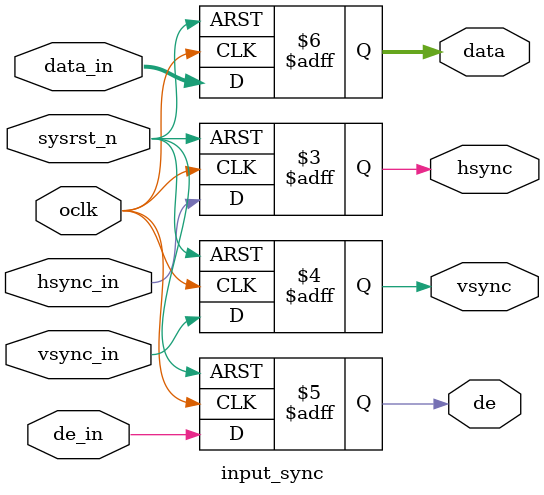
<source format=v>

/* 
copyright C.Y

Filename    : pllnrst.v
Compiler    : Quartus II 9.1
simulator	: ModelSim 6.5b
Description : 用作输入同步
Release     : 
*/

module input_sync(
				//input
				oclk,
				sysrst_n,
				hsync_in,
				vsync_in,
				de_in,
				data_in,
				//output
				hsync,
				vsync,
				de,
				data
				);

input oclk;
input sysrst_n;
input hsync_in;
input vsync_in;
input de_in;
input [23:0] data_in;
output hsync;
output vsync;
output de;
output [23:0] data;

reg hsync;
reg vsync;
reg de;
reg [23:0] data;
always @ (negedge oclk or negedge sysrst_n) begin
	if(!sysrst_n) begin
		hsync<=1'b1;
		vsync<=1'b0;
		de<=1'b0;
		data<=24'd0;
		end
	else begin
		hsync<=hsync_in;
		vsync<=vsync_in;
		de<=de_in;
		data<=data_in;
		end
end

endmodule





</source>
